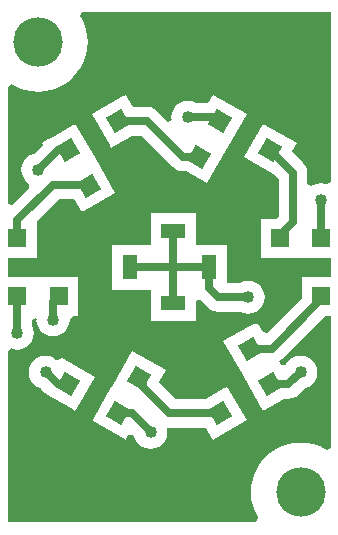
<source format=gtl>
%FSLAX25Y25*%
%MOIN*%
G70*
G01*
G75*
G04 Layer_Physical_Order=1*
G04 Layer_Color=255*
%ADD10R,0.05000X0.08000*%
%ADD11R,0.08000X0.05000*%
%ADD12R,0.05906X0.05906*%
%ADD13P,0.08352X4X255.0*%
%ADD14P,0.08352X4X195.0*%
%ADD15C,0.02500*%
%ADD16C,0.16500*%
%ADD17C,0.04000*%
G36*
X510000Y516015D02*
X508753Y515181D01*
X508326Y515358D01*
X506890Y515548D01*
X505454Y515358D01*
X504116Y514804D01*
X503636Y514436D01*
X502291Y515100D01*
Y518942D01*
X502128Y520182D01*
X501649Y521338D01*
X500888Y522330D01*
X497102Y526116D01*
X498713Y528906D01*
X487536Y535358D01*
X481084Y524182D01*
X491497Y518170D01*
X492709Y516958D01*
Y504485D01*
X491823Y503598D01*
X486657D01*
Y490693D01*
X499563D01*
Y490693D01*
X499563D01*
X499563Y490693D01*
X500437D01*
Y490693D01*
X510000D01*
Y484307D01*
X500437D01*
Y477212D01*
X488825Y465601D01*
X487338Y465796D01*
X485370Y469204D01*
X474194Y462751D01*
X480647Y451575D01*
X480647Y451575D01*
X481084Y450818D01*
X481084D01*
X481084Y450818D01*
X487536Y439642D01*
X494506Y443665D01*
X495956D01*
X497196Y443828D01*
X498352Y444307D01*
X499344Y445068D01*
Y445068D01*
X499344D01*
D01*
D01*
D01*
D01*
D01*
D01*
X499344D01*
D01*
X499344D01*
Y445068D01*
D01*
D01*
D01*
D01*
Y445068D01*
D01*
D01*
D01*
D01*
D01*
D01*
Y445068D01*
D01*
D01*
X499344D01*
D01*
D01*
D01*
X501414Y447139D01*
X501436Y447142D01*
X502774Y447696D01*
X503923Y448577D01*
X504804Y449726D01*
X505358Y451064D01*
X505548Y452500D01*
X505358Y453936D01*
X504804Y455274D01*
X503923Y456423D01*
X502774Y457304D01*
X501436Y457858D01*
X500000Y458047D01*
X498564Y457858D01*
X497226Y457304D01*
X496077Y456423D01*
X495196Y455274D01*
X495100Y455043D01*
X493603Y454945D01*
X492834Y456278D01*
X493777Y457002D01*
X508177Y471402D01*
X510000D01*
Y427254D01*
X508677Y426546D01*
X508268Y426820D01*
X506328Y427777D01*
X504280Y428472D01*
X502158Y428894D01*
X500000Y429035D01*
X497842Y428894D01*
X495720Y428472D01*
X493672Y427777D01*
X491732Y426820D01*
X489934Y425618D01*
X488308Y424192D01*
X486882Y422566D01*
X485680Y420768D01*
X484723Y418828D01*
X484028Y416780D01*
X483606Y414658D01*
X483465Y412500D01*
X483606Y410342D01*
X484028Y408220D01*
X484723Y406172D01*
X485680Y404232D01*
X485954Y403823D01*
X485246Y402500D01*
X402500D01*
Y459595D01*
X403747Y460429D01*
X404174Y460252D01*
X405610Y460063D01*
X407046Y460252D01*
X408384Y460806D01*
X409533Y461688D01*
X410415Y462837D01*
X410969Y464174D01*
X411158Y465610D01*
X410969Y467046D01*
X410415Y468384D01*
X410401Y468401D01*
Y469955D01*
X411805Y470483D01*
X411989Y470274D01*
X411952Y470000D01*
X412142Y468564D01*
X412696Y467226D01*
X413577Y466077D01*
X414726Y465196D01*
X416064Y464642D01*
X417500Y464453D01*
X418936Y464642D01*
X420274Y465196D01*
X421423Y466077D01*
X422304Y467226D01*
X422858Y468564D01*
X423047Y470000D01*
X423011Y470274D01*
X424000Y471402D01*
X425843D01*
Y484307D01*
X413124D01*
X413124Y484307D01*
X413124Y484307D01*
X412937Y484307D01*
X412500D01*
X412063D01*
X411876Y484307D01*
X411876Y484307D01*
X411876Y484307D01*
X402500D01*
Y490693D01*
X412063D01*
Y502787D01*
X419485Y510209D01*
X424582D01*
X427130Y505796D01*
X438306Y512249D01*
X431853Y523425D01*
X431853Y523425D01*
X431416Y524182D01*
D01*
D01*
D01*
X431416Y524182D01*
D01*
D01*
X431416D01*
X424964Y535358D01*
X417478Y531037D01*
X416648Y530693D01*
X415936Y530147D01*
X413787Y528906D01*
X414096Y528371D01*
X411086Y525361D01*
X411064Y525358D01*
X409726Y524804D01*
X408577Y523923D01*
X407696Y522774D01*
X407142Y521436D01*
X406952Y520000D01*
X407142Y518564D01*
X407696Y517226D01*
X408577Y516077D01*
X409499Y515370D01*
X409597Y513873D01*
X403886Y508161D01*
X402500Y508735D01*
Y547746D01*
X403823Y548454D01*
X404232Y548180D01*
X406172Y547223D01*
X408220Y546528D01*
X410342Y546106D01*
X412500Y545965D01*
X414658Y546106D01*
X416780Y546528D01*
X418828Y547223D01*
X420768Y548180D01*
X422566Y549382D01*
X424192Y550808D01*
X425618Y552434D01*
X426820Y554232D01*
X427777Y556172D01*
X428472Y558220D01*
X428894Y560342D01*
X429035Y562500D01*
X428894Y564658D01*
X428472Y566780D01*
X427777Y568828D01*
X426820Y570768D01*
X426546Y571177D01*
X427254Y572500D01*
X510000D01*
Y516015D01*
D02*
G37*
%LPC*%
G36*
X443836Y459558D02*
X437384Y448382D01*
X437384D01*
D01*
D01*
X437384Y448382D01*
X437384D01*
X436947Y447625D01*
X436947Y447625D01*
X431024Y437367D01*
Y437367D01*
X430494Y436449D01*
X431413Y435918D01*
Y435918D01*
X440752Y430526D01*
X440752D01*
X441670Y429996D01*
X442201Y430914D01*
X442201D01*
X442540Y431502D01*
X444027Y431698D01*
Y431698D01*
X444642Y431064D01*
X445196Y429726D01*
X446077Y428577D01*
X447226Y427696D01*
X448564Y427142D01*
X450000Y426953D01*
X451436Y427142D01*
X452774Y427696D01*
X453923Y428577D01*
X454804Y429726D01*
X455358Y431064D01*
X455548Y432500D01*
X455358Y433936D01*
X456189Y434020D01*
Y434020D01*
X456189D01*
X456190D01*
Y434020D01*
D01*
D01*
X468507D01*
X470299Y430914D01*
X470299D01*
X470830Y429996D01*
X471748Y430526D01*
X471748D01*
X482006Y436449D01*
X476084Y446706D01*
X476084D01*
X475553Y447625D01*
X474635Y447095D01*
X474635D01*
X468584Y443602D01*
X458174D01*
X452691Y449084D01*
X455013Y453106D01*
X443836Y459558D01*
D02*
G37*
G36*
X415000Y458047D02*
X413564Y457858D01*
X412226Y457304D01*
X411077Y456423D01*
X410196Y455274D01*
X409642Y453936D01*
X409452Y452500D01*
X409642Y451064D01*
X410196Y449726D01*
X411077Y448577D01*
X412226Y447696D01*
X413564Y447142D01*
D01*
D01*
X413787Y446094D01*
Y446094D01*
X415936Y444853D01*
X416648Y444307D01*
X417478Y443963D01*
X424045Y440172D01*
X424045D01*
X424964Y439642D01*
X425494Y440560D01*
X425494D01*
X431416Y450818D01*
X420543Y457096D01*
X420543D01*
X420240Y457271D01*
X420065Y456968D01*
X418594Y456675D01*
X417774Y457304D01*
X416436Y457858D01*
X415000Y458047D01*
D02*
G37*
G36*
X441670Y545004D02*
X440752Y544474D01*
X440752D01*
X430494Y538551D01*
X436416Y528294D01*
X436416D01*
X436947Y527375D01*
X437865Y527905D01*
X437865D01*
X443916Y531399D01*
X446826D01*
X457356Y520868D01*
X458348Y520107D01*
X458827Y519909D01*
X459504Y519628D01*
X460744Y519465D01*
X461694D01*
X468664Y515442D01*
X475116Y526618D01*
Y526618D01*
D01*
D01*
X475116D01*
D01*
D01*
D01*
D01*
D01*
D01*
D01*
X475116D01*
Y526618D01*
D01*
D01*
D01*
D01*
D01*
D01*
D01*
D01*
D01*
X475116Y526618D01*
D01*
Y526618D01*
X475116D01*
D01*
D01*
X475553Y527375D01*
X475647Y527537D01*
X475647D01*
Y527537D01*
D01*
X475647D01*
D01*
X482006Y538551D01*
X470830Y545004D01*
X469263Y542291D01*
X465291D01*
X465274Y542304D01*
X463936Y542858D01*
X462500Y543048D01*
X461064Y542858D01*
X459726Y542304D01*
X458577Y541423D01*
X457696Y540274D01*
X457142Y538936D01*
X456952Y537500D01*
X457054Y536730D01*
X455709Y536067D01*
X452198Y539577D01*
X451206Y540339D01*
X450050Y540817D01*
X448810Y540980D01*
X443993D01*
X442201Y544086D01*
X442201D01*
X441670Y545004D01*
D02*
G37*
G36*
X465000Y505500D02*
X450000D01*
Y495000D01*
X449000D01*
Y495000D01*
X437000D01*
Y480000D01*
X449000D01*
D01*
Y480000D01*
X449000D01*
Y480000D01*
Y480000D01*
X450000D01*
Y469500D01*
X465000D01*
Y476259D01*
X465017Y476272D01*
X466386Y476839D01*
X469112Y474112D01*
X470105Y473351D01*
X471260Y472872D01*
X472500Y472709D01*
X479709D01*
X479726Y472696D01*
X481064Y472142D01*
X482500Y471952D01*
X483936Y472142D01*
X485274Y472696D01*
X486423Y473577D01*
X487304Y474726D01*
X487858Y476064D01*
X488048Y477500D01*
X487858Y478936D01*
X487304Y480274D01*
X486423Y481423D01*
X485274Y482304D01*
X483936Y482858D01*
X482500Y483047D01*
X481064Y482858D01*
X479726Y482304D01*
X479709Y482291D01*
X475500D01*
Y495000D01*
X465000D01*
Y505500D01*
D02*
G37*
%LPD*%
D10*
X432000Y487500D02*
D03*
X443000D02*
D03*
X480500D02*
D03*
X469500D02*
D03*
D11*
X457500Y510500D02*
D03*
Y499500D02*
D03*
Y464500D02*
D03*
Y475500D02*
D03*
D12*
X419390Y477854D02*
D03*
X405610D02*
D03*
X419390Y497146D02*
D03*
X405610D02*
D03*
X493110D02*
D03*
X506890D02*
D03*
X493110Y477854D02*
D03*
X506890D02*
D03*
D13*
X429492Y514610D02*
D03*
X422602Y526544D02*
D03*
X446198Y524256D02*
D03*
X439309Y536190D02*
D03*
X483008Y460390D02*
D03*
X489898Y448456D02*
D03*
X466302Y450744D02*
D03*
X473191Y438810D02*
D03*
D14*
X466302Y524256D02*
D03*
X473191Y536190D02*
D03*
X483008Y514610D02*
D03*
X489898Y526544D02*
D03*
X446198Y450744D02*
D03*
X439309Y438810D02*
D03*
X429492Y460390D02*
D03*
X422602Y448456D02*
D03*
D15*
X480500Y487500D02*
Y512102D01*
X472500Y505000D02*
X480500D01*
X483008Y514610D02*
X490000Y507619D01*
Y507500D02*
Y507619D01*
X457500Y475500D02*
Y499500D01*
X443000Y487500D02*
X469500D01*
X472500Y477500D02*
X482500D01*
X469500Y480500D02*
X472500Y477500D01*
X469500Y480500D02*
Y487500D01*
X487500D02*
X493110Y481890D01*
Y477854D02*
Y481890D01*
X480500Y487500D02*
X487500D01*
X433602Y464500D02*
X474500D01*
X457500D02*
X466302Y455698D01*
X492500Y477244D02*
X493110Y477854D01*
X492500Y475000D02*
Y477244D01*
X487500Y470000D02*
X492500Y475000D01*
X480000Y470000D02*
X487500D01*
X474500Y464500D02*
X480000Y470000D01*
X417500D02*
Y475965D01*
X419390Y477854D01*
X415000Y452500D02*
X419044Y448456D01*
X422602D01*
X412500Y520000D02*
X419044Y526544D01*
X422602D01*
X497500Y502500D02*
Y518942D01*
X493110Y498110D02*
X497500Y502500D01*
X489898Y526544D02*
X497500Y518942D01*
X462500Y537500D02*
X471881D01*
X473191Y536190D01*
X448810D02*
X460744Y524256D01*
X466302D01*
X439309Y536190D02*
X448810D01*
X443689Y438810D02*
X450000Y432500D01*
X439309Y438810D02*
X443689D01*
X495956Y448456D02*
X500000Y452500D01*
X489898Y448456D02*
X495956D01*
X506890Y497146D02*
Y510000D01*
X471311Y536190D02*
X473191D01*
X405610Y465610D02*
Y477854D01*
X493110Y497146D02*
Y498110D01*
X432000Y466102D02*
X433602Y464500D01*
X432000Y466102D02*
Y487500D01*
X467000Y510500D02*
X472500Y505000D01*
X457500Y510500D02*
X467000D01*
X419390Y497146D02*
X427854D01*
X430000Y489500D02*
Y495000D01*
Y489500D02*
X432000Y487500D01*
X427854Y497146D02*
X430000Y495000D01*
X446198Y521802D02*
X457500Y510500D01*
X446198Y521802D02*
Y524256D01*
X480500Y512102D02*
X483008Y514610D01*
X429492Y460390D02*
X433602Y464500D01*
X466302Y450744D02*
Y455698D01*
X446198Y450744D02*
X447500Y449442D01*
Y447500D02*
Y449442D01*
Y447500D02*
X456189Y438810D01*
X473191D01*
X490389Y460390D02*
X506890Y476890D01*
X483008Y460390D02*
X490389D01*
X506890Y476890D02*
Y477854D01*
X429102Y515000D02*
X429492Y514610D01*
X417500Y515000D02*
X429102D01*
X405610Y503110D02*
X417500Y515000D01*
X405610Y497146D02*
Y503110D01*
D16*
X412500Y562500D02*
D03*
X500000Y412500D02*
D03*
D17*
X482500Y477500D02*
D03*
X462500Y537500D02*
D03*
X506890Y510000D02*
D03*
X412500Y520000D02*
D03*
X405610Y465610D02*
D03*
X500000Y452500D02*
D03*
X450000Y432500D02*
D03*
X490000Y507500D02*
D03*
X415000Y452500D02*
D03*
X417500Y470000D02*
D03*
M02*

</source>
